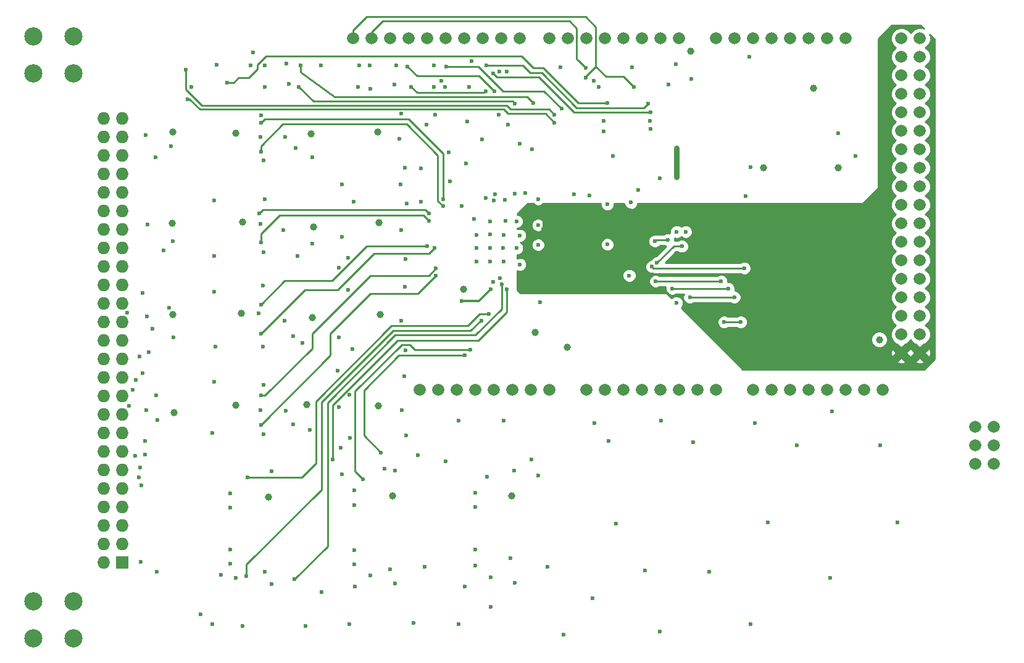
<source format=gbr>
G04 #@! TF.FileFunction,Copper,L2,Inr,Signal*
%FSLAX46Y46*%
G04 Gerber Fmt 4.6, Leading zero omitted, Abs format (unit mm)*
G04 Created by KiCad (PCBNEW 4.0.6-e0-6349~53~ubuntu16.04.1) date Sun Mar 26 23:02:30 2017*
%MOMM*%
%LPD*%
G01*
G04 APERTURE LIST*
%ADD10C,0.100000*%
%ADD11C,1.670000*%
%ADD12R,1.727200X1.727200*%
%ADD13O,1.727200X1.727200*%
%ADD14C,2.500000*%
%ADD15C,0.600000*%
%ADD16C,1.000000*%
%ADD17C,0.350000*%
%ADD18C,0.750000*%
%ADD19C,0.250000*%
%ADD20C,0.254000*%
G04 APERTURE END LIST*
D10*
D11*
X160020000Y-119380000D03*
X157480000Y-119380000D03*
X157480000Y-116840000D03*
X160020000Y-116840000D03*
X160020000Y-114300000D03*
X157480000Y-114300000D03*
X147320000Y-60960000D03*
X149860000Y-60960000D03*
X149860000Y-63500000D03*
X147320000Y-63500000D03*
X147320000Y-83820000D03*
X149860000Y-83820000D03*
X149860000Y-81280000D03*
X147320000Y-81280000D03*
X147320000Y-76200000D03*
X149860000Y-76200000D03*
X149860000Y-78740000D03*
X147320000Y-78740000D03*
X147320000Y-68580000D03*
X149860000Y-68580000D03*
X149860000Y-66040000D03*
X147320000Y-66040000D03*
X147320000Y-71120000D03*
X149860000Y-71120000D03*
X149860000Y-73660000D03*
X147320000Y-73660000D03*
X147320000Y-93980000D03*
X149860000Y-93980000D03*
X149860000Y-91440000D03*
X147320000Y-91440000D03*
X147320000Y-86360000D03*
X149860000Y-86360000D03*
X149860000Y-88900000D03*
X147320000Y-88900000D03*
X147320000Y-99060000D03*
X149860000Y-99060000D03*
X149860000Y-96520000D03*
X147320000Y-96520000D03*
X147320000Y-101600000D03*
X149860000Y-101600000D03*
X149860000Y-104140000D03*
X147320000Y-104140000D03*
X127000000Y-109220000D03*
X129540000Y-109220000D03*
X134620000Y-109220000D03*
X132080000Y-109220000D03*
X142240000Y-109220000D03*
X144780000Y-109220000D03*
X139700000Y-109220000D03*
X137160000Y-109220000D03*
X114300000Y-109220000D03*
X116840000Y-109220000D03*
X121920000Y-109220000D03*
X119380000Y-109220000D03*
X109220000Y-109220000D03*
X111760000Y-109220000D03*
X106680000Y-109220000D03*
X104140000Y-109220000D03*
X81280000Y-109220000D03*
X83820000Y-109220000D03*
X88900000Y-109220000D03*
X86360000Y-109220000D03*
X96520000Y-109220000D03*
X99060000Y-109220000D03*
X93980000Y-109220000D03*
X91440000Y-109220000D03*
X121920000Y-60960000D03*
X124460000Y-60960000D03*
X129540000Y-60960000D03*
X127000000Y-60960000D03*
X137160000Y-60960000D03*
X139700000Y-60960000D03*
X134620000Y-60960000D03*
X132080000Y-60960000D03*
X109220000Y-60960000D03*
X111760000Y-60960000D03*
X116840000Y-60960000D03*
X114300000Y-60960000D03*
X104140000Y-60960000D03*
X106680000Y-60960000D03*
X101600000Y-60960000D03*
X99060000Y-60960000D03*
X92456000Y-60960000D03*
X94996000Y-60960000D03*
X82296000Y-60960000D03*
X84836000Y-60960000D03*
X89916000Y-60960000D03*
X87376000Y-60960000D03*
X77216000Y-60960000D03*
X79756000Y-60960000D03*
X74676000Y-60960000D03*
X72136000Y-60960000D03*
D12*
X40462200Y-132880000D03*
D13*
X37922200Y-132880000D03*
X40462200Y-130340000D03*
X37922200Y-130340000D03*
X40462200Y-127800000D03*
X37922200Y-127800000D03*
X40462200Y-125260000D03*
X37922200Y-125260000D03*
X40462200Y-122720000D03*
X37922200Y-122720000D03*
X40462200Y-120180000D03*
X37922200Y-120180000D03*
X40462200Y-117640000D03*
X37922200Y-117640000D03*
X40462200Y-115100000D03*
X37922200Y-115100000D03*
X40462200Y-112560000D03*
X37922200Y-112560000D03*
X40462200Y-110020000D03*
X37922200Y-110020000D03*
X40462200Y-107480000D03*
X37922200Y-107480000D03*
X40462200Y-104940000D03*
X37922200Y-104940000D03*
X40462200Y-102400000D03*
X37922200Y-102400000D03*
X40462200Y-99860000D03*
X37922200Y-99860000D03*
X40462200Y-97320000D03*
X37922200Y-97320000D03*
X40462200Y-94780000D03*
X37922200Y-94780000D03*
X40462200Y-92240000D03*
X37922200Y-92240000D03*
X40462200Y-89700000D03*
X37922200Y-89700000D03*
X40462200Y-87160000D03*
X37922200Y-87160000D03*
X40462200Y-84620000D03*
X37922200Y-84620000D03*
X40462200Y-82080000D03*
X37922200Y-82080000D03*
X40462200Y-79540000D03*
X37922200Y-79540000D03*
X40462200Y-77000000D03*
X37922200Y-77000000D03*
X40462200Y-74460000D03*
X37922200Y-74460000D03*
X40462200Y-71920000D03*
X37922200Y-71920000D03*
D14*
X33720000Y-60710000D03*
X33720000Y-65790000D03*
X28280000Y-65790000D03*
X28280000Y-60710000D03*
X33720000Y-138210000D03*
X33720000Y-143290000D03*
X28280000Y-143290000D03*
X28280000Y-138210000D03*
D15*
X90902250Y-86080250D03*
X93000000Y-86000000D03*
X94577250Y-86080250D03*
X95000000Y-88000000D03*
X94577250Y-89755250D03*
X95000000Y-92000000D03*
X87000000Y-84000000D03*
X87000000Y-97000000D03*
X91000000Y-95400000D03*
X43000000Y-132800000D03*
X45200000Y-134200000D03*
X54000000Y-134600000D03*
X56000000Y-135000000D03*
X51200000Y-140000000D03*
X52800000Y-141400000D03*
X57000000Y-141600000D03*
X65600000Y-141600000D03*
X67800000Y-137000000D03*
X72400000Y-136200000D03*
X71600000Y-141400000D03*
X80400000Y-141200000D03*
X86600000Y-141400000D03*
X87400000Y-136200000D03*
X91000000Y-139000000D03*
X112200000Y-134000000D03*
X126600000Y-141400000D03*
X137600000Y-135000000D03*
X121000000Y-134200000D03*
X114200000Y-142400000D03*
X101000000Y-142800000D03*
X105000000Y-137800000D03*
X108200000Y-127600000D03*
X129000000Y-127400000D03*
X146800000Y-127400000D03*
X144400000Y-116800000D03*
X137800000Y-112200000D03*
X133000000Y-116800000D03*
X127200000Y-113800000D03*
X118800000Y-116400000D03*
X114400000Y-113400000D03*
X107200000Y-116200000D03*
X105200000Y-113800000D03*
X96600000Y-118800000D03*
X92800000Y-113400000D03*
X86600000Y-113400000D03*
X84800000Y-119000000D03*
X81000000Y-118200000D03*
X76400000Y-120000000D03*
X70600000Y-120800000D03*
X70400000Y-117200000D03*
X70200000Y-111600000D03*
X70000000Y-106600000D03*
X70200000Y-102000000D03*
X70200000Y-92400000D03*
X70600000Y-88200000D03*
X70600000Y-81000000D03*
X78600000Y-81000000D03*
X81400000Y-83400000D03*
X81400000Y-78800000D03*
X85400000Y-80600000D03*
X85200000Y-76600000D03*
X82200000Y-72800000D03*
X87800000Y-72400000D03*
X89800000Y-74800000D03*
X93400000Y-72800000D03*
X95000000Y-75400000D03*
X102400000Y-82400000D03*
X126000000Y-82600000D03*
X138700000Y-74000000D03*
X141000000Y-77100000D03*
X126600000Y-78600000D03*
X126500000Y-63500000D03*
D16*
X97100000Y-101300000D03*
D15*
X107800000Y-77100000D03*
X96700000Y-76200000D03*
X115400000Y-67300000D03*
X105100000Y-66800000D03*
X110400000Y-64900000D03*
X100600000Y-64900000D03*
X43650000Y-74250000D03*
X88900000Y-123300000D03*
X94200000Y-120300000D03*
X88900000Y-125300000D03*
X88900000Y-131100000D03*
X88900000Y-133300000D03*
X94300000Y-135700000D03*
X77900000Y-120300000D03*
X72300000Y-125000000D03*
X72300000Y-123000000D03*
X72300000Y-131200000D03*
X77900000Y-135800000D03*
X72300000Y-133200000D03*
X60900000Y-120400000D03*
X60900000Y-135900000D03*
X55300000Y-131100000D03*
X55300000Y-133100000D03*
X55300000Y-125400000D03*
X55300000Y-123400000D03*
X78450000Y-74750000D03*
X79250000Y-78750000D03*
X79475000Y-83625000D03*
X78725000Y-87300000D03*
X79300000Y-91250000D03*
X79200000Y-95050000D03*
X78675000Y-99750000D03*
X79300000Y-103750000D03*
X79150000Y-107375000D03*
X78775000Y-112000000D03*
X78700000Y-71300000D03*
X79375000Y-115475000D03*
X59750000Y-94900000D03*
X62725000Y-99700000D03*
X59125000Y-98725000D03*
X59750000Y-103250000D03*
X59875000Y-108500000D03*
X59425000Y-112000000D03*
X62850000Y-112050000D03*
X59850000Y-115325000D03*
X59825000Y-90325000D03*
X62525000Y-87250000D03*
X59425000Y-86400000D03*
X59975000Y-83050000D03*
X59500000Y-71500000D03*
X59850000Y-77700000D03*
X62775000Y-74500000D03*
X59425000Y-74500000D03*
X43775000Y-111975000D03*
X43850000Y-99100000D03*
X43900000Y-86475000D03*
X87566500Y-78105000D03*
X88709500Y-85788500D03*
X92739750Y-87917750D03*
X92710000Y-89725500D03*
X92739750Y-91592750D03*
X90868500Y-91567000D03*
X90902250Y-89755250D03*
X90932000Y-87884000D03*
X89064750Y-87917750D03*
X89027000Y-89725500D03*
X89064750Y-91592750D03*
D16*
X101500000Y-103400000D03*
X87300000Y-95400000D03*
D15*
X116500000Y-80000000D03*
X116500000Y-76000000D03*
X118500000Y-66500000D03*
X97500000Y-86600000D03*
X97500000Y-89300000D03*
D16*
X118450000Y-62750000D03*
D15*
X97950000Y-85050000D03*
X100647500Y-89408000D03*
X98200000Y-87200000D03*
X96456500Y-93535500D03*
X97800000Y-97200000D03*
X60000000Y-134200000D03*
X77200000Y-133800000D03*
D16*
X128400000Y-78700000D03*
X135300000Y-67800000D03*
D15*
X91300000Y-94400000D03*
X92900000Y-83100000D03*
X93700000Y-132300000D03*
D16*
X75700000Y-86250000D03*
X75825000Y-98900000D03*
X75525000Y-73850000D03*
X75600000Y-111425000D03*
X56950000Y-86175000D03*
X56775000Y-98725000D03*
X56050000Y-111350000D03*
X56025000Y-73975000D03*
X138700000Y-78700000D03*
X144300000Y-102300000D03*
X65800000Y-111200000D03*
X93900000Y-123800000D03*
X60500000Y-123900000D03*
X77500000Y-123800000D03*
X66675000Y-86850000D03*
X66525000Y-99325000D03*
X66350000Y-74050000D03*
X47375000Y-98850000D03*
X47275000Y-86300000D03*
X47575000Y-112325000D03*
X47396635Y-73813365D03*
D15*
X114200000Y-80200000D03*
X92300000Y-93900000D03*
X111250000Y-81750000D03*
X117750000Y-87500000D03*
X116500000Y-97250000D03*
X116500000Y-87500000D03*
X104500000Y-82500000D03*
X107000000Y-89250000D03*
X107000000Y-83750000D03*
X110250000Y-83500000D03*
X110000000Y-93500000D03*
X42700000Y-121200000D03*
X43100000Y-122300000D03*
X42900000Y-119900000D03*
X42200000Y-118300000D03*
X53400000Y-64600000D03*
X88000000Y-67600000D03*
X88400000Y-64100002D03*
X83200000Y-67600000D03*
X83200000Y-64700000D03*
X77800000Y-67300000D03*
X78000000Y-64700000D03*
X72800000Y-67600000D03*
X73000000Y-64700000D03*
X67700000Y-64700000D03*
X63300000Y-67200000D03*
X63000000Y-64400000D03*
X58100000Y-64700000D03*
X116400000Y-64500000D03*
X66170000Y-114720000D03*
X63930000Y-113980000D03*
X41360000Y-111360000D03*
X43590000Y-118050000D03*
X41870000Y-109190000D03*
X43600000Y-116240000D03*
X42330000Y-107840000D03*
X45270000Y-113330000D03*
X43260000Y-106880000D03*
X45140000Y-109990000D03*
X65200000Y-102800000D03*
X63900000Y-101800000D03*
X42800000Y-104600000D03*
X41150000Y-98650000D03*
X44050000Y-104050000D03*
X44600000Y-100800000D03*
X47500000Y-102000000D03*
X43200000Y-95900000D03*
X46900000Y-97900000D03*
X64500000Y-90800000D03*
X66500000Y-89100000D03*
X46100000Y-90100000D03*
X47400000Y-88800000D03*
X66500000Y-77250000D03*
X64250000Y-76000000D03*
X47125000Y-75750000D03*
X45000000Y-77250000D03*
X91000000Y-134900000D03*
X90300000Y-82900000D03*
X91400000Y-83200000D03*
X98800000Y-133500000D03*
X97500000Y-121000000D03*
X91600000Y-82400000D03*
X90500000Y-121100000D03*
X94300000Y-82300000D03*
X74500000Y-134700000D03*
X95700000Y-82200000D03*
X97500000Y-83000000D03*
X81900000Y-133500000D03*
X87400000Y-104500000D03*
X75900000Y-117800000D03*
X88200000Y-103700000D03*
X73500000Y-121500000D03*
X89700000Y-99700000D03*
X57500000Y-134800000D03*
X64100000Y-135200000D03*
X92500000Y-94700000D03*
X69300000Y-118800000D03*
X93200000Y-95400000D03*
X90700000Y-98800000D03*
X57600000Y-121200000D03*
X59500000Y-76500000D03*
X84500000Y-84000000D03*
X84500000Y-83000000D03*
X59500000Y-72500000D03*
X59500000Y-89000000D03*
X82500000Y-86000000D03*
X82500000Y-85000000D03*
X59250000Y-85000000D03*
X83250000Y-89750000D03*
X59500000Y-101500000D03*
X59500000Y-97500000D03*
X82250000Y-89500000D03*
X83500000Y-93500000D03*
X59500000Y-114000000D03*
X59500000Y-110000000D03*
X83500000Y-92500000D03*
X58400000Y-62900000D03*
X105800000Y-67600000D03*
X83400000Y-71400000D03*
X106500000Y-72300000D03*
X106500000Y-73700000D03*
X92100000Y-71400000D03*
X54800000Y-67000000D03*
X107000000Y-69800000D03*
X112900000Y-71100000D03*
X91300000Y-65800000D03*
X72200000Y-83400000D03*
X74400000Y-64700000D03*
X112800000Y-72300000D03*
X93200000Y-65500000D03*
X53100000Y-90800000D03*
X60000000Y-64700000D03*
X84200000Y-66800000D03*
X90400000Y-64700000D03*
X112600000Y-69900000D03*
X71400000Y-91100000D03*
X74500000Y-67900000D03*
X112900000Y-73400000D03*
X92200000Y-65500000D03*
X60000000Y-67600000D03*
X53100000Y-83200000D03*
X94300000Y-69900000D03*
X64700000Y-67600000D03*
X53200000Y-103300000D03*
X91500000Y-68200000D03*
X71400000Y-95500000D03*
X79600000Y-64800000D03*
X90300000Y-68200000D03*
X72000000Y-103600000D03*
X80100000Y-67600000D03*
X96800000Y-69800000D03*
X53100000Y-95700000D03*
X64900000Y-64700000D03*
X100700000Y-70600000D03*
X71600000Y-109900000D03*
X84900000Y-64800000D03*
X99700000Y-71400000D03*
X49200000Y-65300000D03*
X52800000Y-115100000D03*
X84700000Y-67600000D03*
X71700000Y-115800000D03*
X99700000Y-72500000D03*
X49400000Y-69300000D03*
X53100000Y-108100000D03*
X49900000Y-67600000D03*
X118300000Y-96500000D03*
X124400000Y-96500000D03*
X125800000Y-92500000D03*
X113100000Y-92300000D03*
X117200000Y-89500000D03*
X113800000Y-91800000D03*
X125300000Y-99900000D03*
X123000000Y-99900000D03*
X115300000Y-88600000D03*
X113500000Y-88800000D03*
X123600000Y-95300000D03*
X115900000Y-95300000D03*
X122600000Y-94300000D03*
X113600000Y-94300000D03*
X104000000Y-65000000D03*
X110600000Y-67600000D03*
X104000000Y-66400000D03*
D17*
X89400000Y-97000000D02*
X87000000Y-97000000D01*
X91000000Y-95400000D02*
X89400000Y-97000000D01*
D18*
X116500000Y-76000000D02*
X116500000Y-80000000D01*
D19*
X98200000Y-85300000D02*
X98200000Y-87200000D01*
X97950000Y-85050000D02*
X98200000Y-85300000D01*
X73600000Y-109300000D02*
X73600000Y-115500000D01*
X78400000Y-104500000D02*
X73600000Y-109300000D01*
X87400000Y-104500000D02*
X78400000Y-104500000D01*
X73600000Y-115500000D02*
X75900000Y-117800000D01*
X87000000Y-103700000D02*
X80600000Y-103700000D01*
X88200000Y-103700000D02*
X87000000Y-103700000D01*
X72400000Y-120400000D02*
X73500000Y-121500000D01*
X72400000Y-109400000D02*
X72400000Y-120400000D01*
X78800000Y-103000000D02*
X72400000Y-109400000D01*
X79900000Y-103000000D02*
X78800000Y-103000000D01*
X80600000Y-103700000D02*
X79900000Y-103000000D01*
X89700000Y-99700000D02*
X89600000Y-99700000D01*
X57500000Y-133200000D02*
X57500000Y-134800000D01*
X67800000Y-122900000D02*
X57500000Y-133200000D01*
X67800000Y-110900000D02*
X67800000Y-122900000D01*
X77600000Y-101100000D02*
X67800000Y-110900000D01*
X88200000Y-101100000D02*
X77600000Y-101100000D01*
X89600000Y-99700000D02*
X88200000Y-101100000D01*
X68600000Y-130700000D02*
X64100000Y-135200000D01*
X68600000Y-111000000D02*
X68600000Y-130700000D01*
X77900000Y-101700000D02*
X68600000Y-111000000D01*
X88900000Y-101700000D02*
X77900000Y-101700000D01*
X92500000Y-98100000D02*
X88900000Y-101700000D01*
X92500000Y-94700000D02*
X92500000Y-98100000D01*
X69300000Y-111300000D02*
X69300000Y-118800000D01*
X78200000Y-102400000D02*
X69300000Y-111300000D01*
X89300000Y-102400000D02*
X78200000Y-102400000D01*
X93200000Y-98500000D02*
X89300000Y-102400000D01*
X93200000Y-95400000D02*
X93200000Y-98500000D01*
X90700000Y-98800000D02*
X89500000Y-98800000D01*
X89500000Y-98800000D02*
X87900000Y-100400000D01*
X65100000Y-121200000D02*
X57600000Y-121200000D01*
X67000000Y-119300000D02*
X65100000Y-121200000D01*
X67000000Y-110800000D02*
X67000000Y-119300000D01*
X77400000Y-100400000D02*
X67000000Y-110800000D01*
X87900000Y-100400000D02*
X77400000Y-100400000D01*
X59500000Y-75750000D02*
X59500000Y-76500000D01*
X62500000Y-72750000D02*
X59500000Y-75750000D01*
X79500000Y-72750000D02*
X62500000Y-72750000D01*
X83750000Y-77000000D02*
X79500000Y-72750000D01*
X83750000Y-83250000D02*
X83750000Y-77000000D01*
X84500000Y-84000000D02*
X83750000Y-83250000D01*
X84500000Y-76750000D02*
X84500000Y-83000000D01*
X79750000Y-72000000D02*
X84500000Y-76750000D01*
X60000000Y-72000000D02*
X79750000Y-72000000D01*
X59500000Y-72500000D02*
X60000000Y-72000000D01*
X59500000Y-87750000D02*
X59500000Y-89000000D01*
X62000000Y-85250000D02*
X59500000Y-87750000D01*
X81750000Y-85250000D02*
X62000000Y-85250000D01*
X82500000Y-86000000D02*
X81750000Y-85250000D01*
X82000000Y-84500000D02*
X82500000Y-85000000D01*
X59750000Y-84500000D02*
X82000000Y-84500000D01*
X59250000Y-85000000D02*
X59750000Y-84500000D01*
X82500000Y-90500000D02*
X83250000Y-89750000D01*
X75000000Y-90500000D02*
X82500000Y-90500000D01*
X70000000Y-95500000D02*
X75000000Y-90500000D01*
X65500000Y-95500000D02*
X70000000Y-95500000D01*
X59500000Y-101500000D02*
X65500000Y-95500000D01*
X62750000Y-94250000D02*
X59500000Y-97500000D01*
X69250000Y-94250000D02*
X62750000Y-94250000D01*
X74000000Y-89500000D02*
X69250000Y-94250000D01*
X82250000Y-89500000D02*
X74000000Y-89500000D01*
X81000000Y-96000000D02*
X83500000Y-93500000D01*
X74500000Y-96000000D02*
X81000000Y-96000000D01*
X69000000Y-101500000D02*
X74500000Y-96000000D01*
X69000000Y-104500000D02*
X69000000Y-101500000D01*
X59500000Y-114000000D02*
X69000000Y-104500000D01*
X60000000Y-110000000D02*
X59500000Y-110000000D01*
X66500000Y-103500000D02*
X60000000Y-110000000D01*
X66500000Y-101500000D02*
X66500000Y-103500000D01*
X74500000Y-93500000D02*
X66500000Y-101500000D01*
X82500000Y-93500000D02*
X74500000Y-93500000D01*
X83500000Y-92500000D02*
X82500000Y-93500000D01*
X55800000Y-67000000D02*
X54800000Y-67000000D01*
X56400000Y-66400000D02*
X55800000Y-67000000D01*
X57800000Y-66400000D02*
X56400000Y-66400000D01*
X59000000Y-65200000D02*
X57800000Y-66400000D01*
X59000000Y-64600000D02*
X59000000Y-65200000D01*
X60200000Y-63400000D02*
X59000000Y-64600000D01*
X95200000Y-63400000D02*
X60200000Y-63400000D01*
X96800000Y-65000000D02*
X95200000Y-63400000D01*
X98200000Y-65000000D02*
X96800000Y-65000000D01*
X103000000Y-69800000D02*
X98200000Y-65000000D01*
X104600000Y-69800000D02*
X103000000Y-69800000D01*
X107000000Y-69800000D02*
X104600000Y-69800000D01*
X102400000Y-71100000D02*
X112900000Y-71100000D01*
X97600000Y-66300000D02*
X102400000Y-71100000D01*
X91800000Y-66300000D02*
X97600000Y-66300000D01*
X91300000Y-65800000D02*
X91800000Y-66300000D01*
X90400000Y-64700000D02*
X95400000Y-64700000D01*
X112000000Y-70500000D02*
X112600000Y-69900000D01*
X102800000Y-70500000D02*
X112000000Y-70500000D01*
X98000000Y-65700000D02*
X102800000Y-70500000D01*
X96400000Y-65700000D02*
X98000000Y-65700000D01*
X95400000Y-64700000D02*
X96400000Y-65700000D01*
X66700000Y-69600000D02*
X64700000Y-67600000D01*
X94000000Y-69600000D02*
X66700000Y-69600000D01*
X94300000Y-69900000D02*
X94000000Y-69600000D01*
X80900000Y-66100000D02*
X79600000Y-64800000D01*
X89400000Y-66100000D02*
X80900000Y-66100000D01*
X91500000Y-68200000D02*
X89400000Y-66100000D01*
X80900000Y-68400000D02*
X80100000Y-67600000D01*
X90100000Y-68400000D02*
X80900000Y-68400000D01*
X90300000Y-68200000D02*
X90100000Y-68400000D01*
X64900000Y-65600000D02*
X64900000Y-64700000D01*
X69600000Y-69000000D02*
X64900000Y-65600000D01*
X96000000Y-69000000D02*
X69600000Y-69000000D01*
X96800000Y-69800000D02*
X96000000Y-69000000D01*
X89300000Y-64800000D02*
X84900000Y-64800000D01*
X92700000Y-68200000D02*
X89300000Y-64800000D01*
X98300000Y-68200000D02*
X92700000Y-68200000D01*
X100700000Y-70600000D02*
X98300000Y-68200000D01*
X49200000Y-68000000D02*
X49200000Y-65300000D01*
X51400000Y-70200000D02*
X49200000Y-68000000D01*
X93200000Y-70200000D02*
X51400000Y-70200000D01*
X93700000Y-70700000D02*
X93200000Y-70200000D01*
X99000000Y-70700000D02*
X93700000Y-70700000D01*
X99700000Y-71400000D02*
X99000000Y-70700000D01*
X60900000Y-70700000D02*
X51100000Y-70700000D01*
X79049998Y-70700000D02*
X79000000Y-70650002D01*
X79000000Y-70650002D02*
X78149998Y-70650002D01*
X78149998Y-70650002D02*
X78100000Y-70700000D01*
X78100000Y-70700000D02*
X60900000Y-70700000D01*
X92800000Y-70700000D02*
X81700000Y-70700000D01*
X93400000Y-71300000D02*
X92800000Y-70700000D01*
X98500000Y-71300000D02*
X93400000Y-71300000D01*
X99700000Y-72500000D02*
X98500000Y-71300000D01*
X81700000Y-70700000D02*
X79049998Y-70700000D01*
X49700000Y-69300000D02*
X49400000Y-69300000D01*
X51100000Y-70700000D02*
X49700000Y-69300000D01*
X124400000Y-96500000D02*
X118300000Y-96500000D01*
X113300000Y-92500000D02*
X125800000Y-92500000D01*
X113100000Y-92300000D02*
X113300000Y-92500000D01*
X116100000Y-89500000D02*
X117200000Y-89500000D01*
X113800000Y-91800000D02*
X116100000Y-89500000D01*
X125300000Y-99900000D02*
X123000000Y-99900000D01*
X113700000Y-88600000D02*
X115300000Y-88600000D01*
X113500000Y-88800000D02*
X113700000Y-88600000D01*
X115900000Y-95300000D02*
X123600000Y-95300000D01*
X113600000Y-94300000D02*
X122600000Y-94300000D01*
X103000000Y-64000000D02*
X102800000Y-63800000D01*
X104000000Y-65000000D02*
X103000000Y-64000000D01*
X74676000Y-60124000D02*
X74676000Y-60960000D01*
X76200000Y-58600000D02*
X74676000Y-60124000D01*
X101800000Y-58600000D02*
X76200000Y-58600000D01*
X102800000Y-59600000D02*
X101800000Y-58600000D01*
X102800000Y-63800000D02*
X102800000Y-59600000D01*
X106800000Y-66200000D02*
X105400000Y-64800000D01*
X109200000Y-66200000D02*
X106800000Y-66200000D01*
X110600000Y-67600000D02*
X109200000Y-66200000D01*
X72136000Y-60960000D02*
X72136000Y-59864000D01*
X104000000Y-66200000D02*
X104000000Y-66400000D01*
X105400000Y-64800000D02*
X104000000Y-66200000D01*
X105400000Y-59400000D02*
X105400000Y-64800000D01*
X104000000Y-58000000D02*
X105400000Y-59400000D01*
X74000000Y-58000000D02*
X104000000Y-58000000D01*
X72136000Y-59864000D02*
X74000000Y-58000000D01*
D20*
G36*
X150422110Y-59601716D02*
X150153684Y-59490256D01*
X149568882Y-59489745D01*
X149028400Y-59713068D01*
X148614521Y-60126225D01*
X148590217Y-60184755D01*
X148566932Y-60128400D01*
X148153775Y-59714521D01*
X147613684Y-59490256D01*
X147028882Y-59489745D01*
X146488400Y-59713068D01*
X146074521Y-60126225D01*
X145850256Y-60666316D01*
X145849745Y-61251118D01*
X146073068Y-61791600D01*
X146486225Y-62205479D01*
X146544755Y-62229783D01*
X146488400Y-62253068D01*
X146074521Y-62666225D01*
X145850256Y-63206316D01*
X145849745Y-63791118D01*
X146073068Y-64331600D01*
X146486225Y-64745479D01*
X146544755Y-64769783D01*
X146488400Y-64793068D01*
X146074521Y-65206225D01*
X145850256Y-65746316D01*
X145849745Y-66331118D01*
X146073068Y-66871600D01*
X146486225Y-67285479D01*
X146544755Y-67309783D01*
X146488400Y-67333068D01*
X146074521Y-67746225D01*
X145850256Y-68286316D01*
X145849745Y-68871118D01*
X146073068Y-69411600D01*
X146486225Y-69825479D01*
X146544755Y-69849783D01*
X146488400Y-69873068D01*
X146074521Y-70286225D01*
X145850256Y-70826316D01*
X145849745Y-71411118D01*
X146073068Y-71951600D01*
X146486225Y-72365479D01*
X146544755Y-72389783D01*
X146488400Y-72413068D01*
X146074521Y-72826225D01*
X145850256Y-73366316D01*
X145849745Y-73951118D01*
X146073068Y-74491600D01*
X146486225Y-74905479D01*
X146544755Y-74929783D01*
X146488400Y-74953068D01*
X146074521Y-75366225D01*
X145850256Y-75906316D01*
X145849745Y-76491118D01*
X146073068Y-77031600D01*
X146486225Y-77445479D01*
X146544755Y-77469783D01*
X146488400Y-77493068D01*
X146074521Y-77906225D01*
X145850256Y-78446316D01*
X145849745Y-79031118D01*
X146073068Y-79571600D01*
X146486225Y-79985479D01*
X146544755Y-80009783D01*
X146488400Y-80033068D01*
X146074521Y-80446225D01*
X145850256Y-80986316D01*
X145849745Y-81571118D01*
X146073068Y-82111600D01*
X146486225Y-82525479D01*
X146544755Y-82549783D01*
X146488400Y-82573068D01*
X146074521Y-82986225D01*
X145850256Y-83526316D01*
X145849745Y-84111118D01*
X146073068Y-84651600D01*
X146486225Y-85065479D01*
X146544755Y-85089783D01*
X146488400Y-85113068D01*
X146074521Y-85526225D01*
X145850256Y-86066316D01*
X145849745Y-86651118D01*
X146073068Y-87191600D01*
X146486225Y-87605479D01*
X146544755Y-87629783D01*
X146488400Y-87653068D01*
X146074521Y-88066225D01*
X145850256Y-88606316D01*
X145849745Y-89191118D01*
X146073068Y-89731600D01*
X146486225Y-90145479D01*
X146544755Y-90169783D01*
X146488400Y-90193068D01*
X146074521Y-90606225D01*
X145850256Y-91146316D01*
X145849745Y-91731118D01*
X146073068Y-92271600D01*
X146486225Y-92685479D01*
X146544755Y-92709783D01*
X146488400Y-92733068D01*
X146074521Y-93146225D01*
X145850256Y-93686316D01*
X145849745Y-94271118D01*
X146073068Y-94811600D01*
X146486225Y-95225479D01*
X146544755Y-95249783D01*
X146488400Y-95273068D01*
X146074521Y-95686225D01*
X145850256Y-96226316D01*
X145849745Y-96811118D01*
X146073068Y-97351600D01*
X146486225Y-97765479D01*
X146544755Y-97789783D01*
X146488400Y-97813068D01*
X146074521Y-98226225D01*
X145850256Y-98766316D01*
X145849745Y-99351118D01*
X146073068Y-99891600D01*
X146486225Y-100305479D01*
X146544755Y-100329783D01*
X146488400Y-100353068D01*
X146074521Y-100766225D01*
X145850256Y-101306316D01*
X145849745Y-101891118D01*
X146073068Y-102431600D01*
X146486225Y-102845479D01*
X146716338Y-102941030D01*
X146714821Y-102944387D01*
X147320000Y-103549566D01*
X147925179Y-102944387D01*
X147923694Y-102941101D01*
X148151600Y-102846932D01*
X148565479Y-102433775D01*
X148589783Y-102375245D01*
X148613068Y-102431600D01*
X149026225Y-102845479D01*
X149256338Y-102941030D01*
X149254821Y-102944387D01*
X149860000Y-103549566D01*
X150465179Y-102944387D01*
X150463694Y-102941101D01*
X150691600Y-102846932D01*
X151105479Y-102433775D01*
X151329744Y-101893684D01*
X151330255Y-101308882D01*
X151106932Y-100768400D01*
X150693775Y-100354521D01*
X150635245Y-100330217D01*
X150691600Y-100306932D01*
X151105479Y-99893775D01*
X151329744Y-99353684D01*
X151330255Y-98768882D01*
X151106932Y-98228400D01*
X150693775Y-97814521D01*
X150635245Y-97790217D01*
X150691600Y-97766932D01*
X151105479Y-97353775D01*
X151329744Y-96813684D01*
X151330255Y-96228882D01*
X151106932Y-95688400D01*
X150693775Y-95274521D01*
X150635245Y-95250217D01*
X150691600Y-95226932D01*
X151105479Y-94813775D01*
X151329744Y-94273684D01*
X151330255Y-93688882D01*
X151106932Y-93148400D01*
X150693775Y-92734521D01*
X150635245Y-92710217D01*
X150691600Y-92686932D01*
X151105479Y-92273775D01*
X151329744Y-91733684D01*
X151330255Y-91148882D01*
X151106932Y-90608400D01*
X150693775Y-90194521D01*
X150635245Y-90170217D01*
X150691600Y-90146932D01*
X151105479Y-89733775D01*
X151329744Y-89193684D01*
X151330255Y-88608882D01*
X151106932Y-88068400D01*
X150693775Y-87654521D01*
X150635245Y-87630217D01*
X150691600Y-87606932D01*
X151105479Y-87193775D01*
X151329744Y-86653684D01*
X151330255Y-86068882D01*
X151106932Y-85528400D01*
X150693775Y-85114521D01*
X150635245Y-85090217D01*
X150691600Y-85066932D01*
X151105479Y-84653775D01*
X151329744Y-84113684D01*
X151330255Y-83528882D01*
X151106932Y-82988400D01*
X150693775Y-82574521D01*
X150635245Y-82550217D01*
X150691600Y-82526932D01*
X151105479Y-82113775D01*
X151329744Y-81573684D01*
X151330255Y-80988882D01*
X151106932Y-80448400D01*
X150693775Y-80034521D01*
X150635245Y-80010217D01*
X150691600Y-79986932D01*
X151105479Y-79573775D01*
X151329744Y-79033684D01*
X151330255Y-78448882D01*
X151106932Y-77908400D01*
X150693775Y-77494521D01*
X150635245Y-77470217D01*
X150691600Y-77446932D01*
X151105479Y-77033775D01*
X151329744Y-76493684D01*
X151330255Y-75908882D01*
X151106932Y-75368400D01*
X150693775Y-74954521D01*
X150635245Y-74930217D01*
X150691600Y-74906932D01*
X151105479Y-74493775D01*
X151329744Y-73953684D01*
X151330255Y-73368882D01*
X151106932Y-72828400D01*
X150693775Y-72414521D01*
X150635245Y-72390217D01*
X150691600Y-72366932D01*
X151105479Y-71953775D01*
X151329744Y-71413684D01*
X151330255Y-70828882D01*
X151106932Y-70288400D01*
X150693775Y-69874521D01*
X150635245Y-69850217D01*
X150691600Y-69826932D01*
X151105479Y-69413775D01*
X151329744Y-68873684D01*
X151330255Y-68288882D01*
X151106932Y-67748400D01*
X150693775Y-67334521D01*
X150635245Y-67310217D01*
X150691600Y-67286932D01*
X151105479Y-66873775D01*
X151329744Y-66333684D01*
X151330255Y-65748882D01*
X151106932Y-65208400D01*
X150693775Y-64794521D01*
X150635245Y-64770217D01*
X150691600Y-64746932D01*
X151105479Y-64333775D01*
X151329744Y-63793684D01*
X151330255Y-63208882D01*
X151106932Y-62668400D01*
X150693775Y-62254521D01*
X150635245Y-62230217D01*
X150691600Y-62206932D01*
X151105479Y-61793775D01*
X151329744Y-61253684D01*
X151330255Y-60668882D01*
X151218283Y-60397889D01*
X151873000Y-61052606D01*
X151873000Y-104947394D01*
X150447394Y-106373000D01*
X125552606Y-106373000D01*
X124515219Y-105335613D01*
X146714821Y-105335613D01*
X146811662Y-105549961D01*
X147389926Y-105637166D01*
X147828338Y-105549961D01*
X147925179Y-105335613D01*
X149254821Y-105335613D01*
X149351662Y-105549961D01*
X149929926Y-105637166D01*
X150368338Y-105549961D01*
X150465179Y-105335613D01*
X149860000Y-104730434D01*
X149254821Y-105335613D01*
X147925179Y-105335613D01*
X147320000Y-104730434D01*
X146714821Y-105335613D01*
X124515219Y-105335613D01*
X123389532Y-104209926D01*
X145822834Y-104209926D01*
X145910039Y-104648338D01*
X146124387Y-104745179D01*
X146729566Y-104140000D01*
X147910434Y-104140000D01*
X148515613Y-104745179D01*
X148590000Y-104711571D01*
X148664387Y-104745179D01*
X149269566Y-104140000D01*
X150450434Y-104140000D01*
X151055613Y-104745179D01*
X151269961Y-104648338D01*
X151357166Y-104070074D01*
X151269961Y-103631662D01*
X151055613Y-103534821D01*
X150450434Y-104140000D01*
X149269566Y-104140000D01*
X148664387Y-103534821D01*
X148590000Y-103568429D01*
X148515613Y-103534821D01*
X147910434Y-104140000D01*
X146729566Y-104140000D01*
X146124387Y-103534821D01*
X145910039Y-103631662D01*
X145822834Y-104209926D01*
X123389532Y-104209926D01*
X121704381Y-102524775D01*
X143164803Y-102524775D01*
X143337233Y-102942086D01*
X143656235Y-103261645D01*
X144073244Y-103434803D01*
X144524775Y-103435197D01*
X144942086Y-103262767D01*
X145261645Y-102943765D01*
X145434803Y-102526756D01*
X145435197Y-102075225D01*
X145262767Y-101657914D01*
X144943765Y-101338355D01*
X144526756Y-101165197D01*
X144075225Y-101164803D01*
X143657914Y-101337233D01*
X143338355Y-101656235D01*
X143165197Y-102073244D01*
X143164803Y-102524775D01*
X121704381Y-102524775D01*
X119264773Y-100085167D01*
X122064838Y-100085167D01*
X122206883Y-100428943D01*
X122469673Y-100692192D01*
X122813201Y-100834838D01*
X123185167Y-100835162D01*
X123528943Y-100693117D01*
X123562118Y-100660000D01*
X124737537Y-100660000D01*
X124769673Y-100692192D01*
X125113201Y-100834838D01*
X125485167Y-100835162D01*
X125828943Y-100693117D01*
X126092192Y-100430327D01*
X126234838Y-100086799D01*
X126235162Y-99714833D01*
X126093117Y-99371057D01*
X125830327Y-99107808D01*
X125486799Y-98965162D01*
X125114833Y-98964838D01*
X124771057Y-99106883D01*
X124737882Y-99140000D01*
X123562463Y-99140000D01*
X123530327Y-99107808D01*
X123186799Y-98965162D01*
X122814833Y-98964838D01*
X122471057Y-99106883D01*
X122207808Y-99369673D01*
X122065162Y-99713201D01*
X122064838Y-100085167D01*
X119264773Y-100085167D01*
X117125918Y-97946312D01*
X117292192Y-97780327D01*
X117434838Y-97436799D01*
X117435162Y-97064833D01*
X117293117Y-96721057D01*
X117030327Y-96457808D01*
X116686799Y-96315162D01*
X116314833Y-96314838D01*
X115971057Y-96456883D01*
X115803627Y-96624021D01*
X115089803Y-95910197D01*
X115047789Y-95882334D01*
X115000000Y-95873000D01*
X95052606Y-95873000D01*
X94627000Y-95447394D01*
X94627000Y-94485167D01*
X112664838Y-94485167D01*
X112806883Y-94828943D01*
X113069673Y-95092192D01*
X113413201Y-95234838D01*
X113785167Y-95235162D01*
X114128943Y-95093117D01*
X114162118Y-95060000D01*
X114987253Y-95060000D01*
X114965162Y-95113201D01*
X114964838Y-95485167D01*
X115106883Y-95828943D01*
X115369673Y-96092192D01*
X115713201Y-96234838D01*
X116085167Y-96235162D01*
X116428943Y-96093117D01*
X116462118Y-96060000D01*
X117470301Y-96060000D01*
X117365162Y-96313201D01*
X117364838Y-96685167D01*
X117506883Y-97028943D01*
X117769673Y-97292192D01*
X118113201Y-97434838D01*
X118485167Y-97435162D01*
X118828943Y-97293117D01*
X118862118Y-97260000D01*
X123837537Y-97260000D01*
X123869673Y-97292192D01*
X124213201Y-97434838D01*
X124585167Y-97435162D01*
X124928943Y-97293117D01*
X125192192Y-97030327D01*
X125334838Y-96686799D01*
X125335162Y-96314833D01*
X125193117Y-95971057D01*
X124930327Y-95707808D01*
X124586799Y-95565162D01*
X124502329Y-95565088D01*
X124534838Y-95486799D01*
X124535162Y-95114833D01*
X124393117Y-94771057D01*
X124130327Y-94507808D01*
X123786799Y-94365162D01*
X123534944Y-94364943D01*
X123535162Y-94114833D01*
X123393117Y-93771057D01*
X123130327Y-93507808D01*
X122786799Y-93365162D01*
X122414833Y-93364838D01*
X122071057Y-93506883D01*
X122037882Y-93540000D01*
X114162463Y-93540000D01*
X114130327Y-93507808D01*
X113786799Y-93365162D01*
X113414833Y-93364838D01*
X113071057Y-93506883D01*
X112807808Y-93769673D01*
X112665162Y-94113201D01*
X112664838Y-94485167D01*
X94627000Y-94485167D01*
X94627000Y-93685167D01*
X109064838Y-93685167D01*
X109206883Y-94028943D01*
X109469673Y-94292192D01*
X109813201Y-94434838D01*
X110185167Y-94435162D01*
X110528943Y-94293117D01*
X110792192Y-94030327D01*
X110934838Y-93686799D01*
X110935162Y-93314833D01*
X110793117Y-92971057D01*
X110530327Y-92707808D01*
X110186799Y-92565162D01*
X109814833Y-92564838D01*
X109471057Y-92706883D01*
X109207808Y-92969673D01*
X109065162Y-93313201D01*
X109064838Y-93685167D01*
X94627000Y-93685167D01*
X94627000Y-92857520D01*
X94813201Y-92934838D01*
X95185167Y-92935162D01*
X95528943Y-92793117D01*
X95792192Y-92530327D01*
X95810944Y-92485167D01*
X112164838Y-92485167D01*
X112306883Y-92828943D01*
X112569673Y-93092192D01*
X112913201Y-93234838D01*
X113174648Y-93235066D01*
X113300000Y-93260000D01*
X125237537Y-93260000D01*
X125269673Y-93292192D01*
X125613201Y-93434838D01*
X125985167Y-93435162D01*
X126328943Y-93293117D01*
X126592192Y-93030327D01*
X126734838Y-92686799D01*
X126735162Y-92314833D01*
X126593117Y-91971057D01*
X126330327Y-91707808D01*
X125986799Y-91565162D01*
X125614833Y-91564838D01*
X125271057Y-91706883D01*
X125237882Y-91740000D01*
X114934802Y-91740000D01*
X116414802Y-90260000D01*
X116637537Y-90260000D01*
X116669673Y-90292192D01*
X117013201Y-90434838D01*
X117385167Y-90435162D01*
X117728943Y-90293117D01*
X117992192Y-90030327D01*
X118134838Y-89686799D01*
X118135162Y-89314833D01*
X117993117Y-88971057D01*
X117730327Y-88707808D01*
X117386799Y-88565162D01*
X117014833Y-88564838D01*
X116671057Y-88706883D01*
X116637882Y-88740000D01*
X116234879Y-88740000D01*
X116235162Y-88414833D01*
X116228977Y-88399865D01*
X116313201Y-88434838D01*
X116685167Y-88435162D01*
X117028943Y-88293117D01*
X117124937Y-88197290D01*
X117219673Y-88292192D01*
X117563201Y-88434838D01*
X117935167Y-88435162D01*
X118278943Y-88293117D01*
X118542192Y-88030327D01*
X118684838Y-87686799D01*
X118685162Y-87314833D01*
X118543117Y-86971057D01*
X118280327Y-86707808D01*
X117936799Y-86565162D01*
X117564833Y-86564838D01*
X117221057Y-86706883D01*
X117125063Y-86802710D01*
X117030327Y-86707808D01*
X116686799Y-86565162D01*
X116314833Y-86564838D01*
X115971057Y-86706883D01*
X115707808Y-86969673D01*
X115565162Y-87313201D01*
X115564838Y-87685167D01*
X115571023Y-87700135D01*
X115486799Y-87665162D01*
X115114833Y-87664838D01*
X114771057Y-87806883D01*
X114737882Y-87840000D01*
X113700000Y-87840000D01*
X113573997Y-87865064D01*
X113314833Y-87864838D01*
X112971057Y-88006883D01*
X112707808Y-88269673D01*
X112565162Y-88613201D01*
X112564838Y-88985167D01*
X112706883Y-89328943D01*
X112969673Y-89592192D01*
X113313201Y-89734838D01*
X113685167Y-89735162D01*
X114028943Y-89593117D01*
X114262467Y-89360000D01*
X114737537Y-89360000D01*
X114769673Y-89392192D01*
X115026402Y-89498796D01*
X113660320Y-90864878D01*
X113614833Y-90864838D01*
X113271057Y-91006883D01*
X113007808Y-91269673D01*
X112968273Y-91364885D01*
X112914833Y-91364838D01*
X112571057Y-91506883D01*
X112307808Y-91769673D01*
X112165162Y-92113201D01*
X112164838Y-92485167D01*
X95810944Y-92485167D01*
X95934838Y-92186799D01*
X95935162Y-91814833D01*
X95793117Y-91471057D01*
X95530327Y-91207808D01*
X95186799Y-91065162D01*
X94814833Y-91064838D01*
X94627000Y-91142449D01*
X94627000Y-90690294D01*
X94762417Y-90690412D01*
X95106193Y-90548367D01*
X95369442Y-90285577D01*
X95512088Y-89942049D01*
X95512412Y-89570083D01*
X95477326Y-89485167D01*
X96564838Y-89485167D01*
X96706883Y-89828943D01*
X96969673Y-90092192D01*
X97313201Y-90234838D01*
X97685167Y-90235162D01*
X98028943Y-90093117D01*
X98292192Y-89830327D01*
X98434838Y-89486799D01*
X98434882Y-89435167D01*
X106064838Y-89435167D01*
X106206883Y-89778943D01*
X106469673Y-90042192D01*
X106813201Y-90184838D01*
X107185167Y-90185162D01*
X107528943Y-90043117D01*
X107792192Y-89780327D01*
X107934838Y-89436799D01*
X107935162Y-89064833D01*
X107793117Y-88721057D01*
X107530327Y-88457808D01*
X107186799Y-88315162D01*
X106814833Y-88314838D01*
X106471057Y-88456883D01*
X106207808Y-88719673D01*
X106065162Y-89063201D01*
X106064838Y-89435167D01*
X98434882Y-89435167D01*
X98435162Y-89114833D01*
X98293117Y-88771057D01*
X98030327Y-88507808D01*
X97686799Y-88365162D01*
X97314833Y-88364838D01*
X96971057Y-88506883D01*
X96707808Y-88769673D01*
X96565162Y-89113201D01*
X96564838Y-89485167D01*
X95477326Y-89485167D01*
X95370367Y-89226307D01*
X95107577Y-88963058D01*
X95040092Y-88935036D01*
X95185167Y-88935162D01*
X95528943Y-88793117D01*
X95792192Y-88530327D01*
X95934838Y-88186799D01*
X95935162Y-87814833D01*
X95793117Y-87471057D01*
X95530327Y-87207808D01*
X95186799Y-87065162D01*
X94814833Y-87064838D01*
X94627000Y-87142449D01*
X94627000Y-87015294D01*
X94762417Y-87015412D01*
X95106193Y-86873367D01*
X95194547Y-86785167D01*
X96564838Y-86785167D01*
X96706883Y-87128943D01*
X96969673Y-87392192D01*
X97313201Y-87534838D01*
X97685167Y-87535162D01*
X98028943Y-87393117D01*
X98292192Y-87130327D01*
X98434838Y-86786799D01*
X98435162Y-86414833D01*
X98293117Y-86071057D01*
X98030327Y-85807808D01*
X97686799Y-85665162D01*
X97314833Y-85664838D01*
X96971057Y-85806883D01*
X96707808Y-86069673D01*
X96565162Y-86413201D01*
X96564838Y-86785167D01*
X95194547Y-86785167D01*
X95369442Y-86610577D01*
X95512088Y-86267049D01*
X95512412Y-85895083D01*
X95370367Y-85551307D01*
X95107577Y-85288058D01*
X94764049Y-85145412D01*
X94627000Y-85145293D01*
X94627000Y-85052606D01*
X96052606Y-83627000D01*
X96804769Y-83627000D01*
X96969673Y-83792192D01*
X97313201Y-83934838D01*
X97685167Y-83935162D01*
X98028943Y-83793117D01*
X98195350Y-83627000D01*
X106065106Y-83627000D01*
X106064838Y-83935167D01*
X106206883Y-84278943D01*
X106469673Y-84542192D01*
X106813201Y-84684838D01*
X107185167Y-84685162D01*
X107528943Y-84543117D01*
X107792192Y-84280327D01*
X107934838Y-83936799D01*
X107935108Y-83627000D01*
X109314889Y-83627000D01*
X109314838Y-83685167D01*
X109456883Y-84028943D01*
X109719673Y-84292192D01*
X110063201Y-84434838D01*
X110435167Y-84435162D01*
X110778943Y-84293117D01*
X111042192Y-84030327D01*
X111184838Y-83686799D01*
X111184890Y-83627000D01*
X142000000Y-83627000D01*
X142049410Y-83616994D01*
X142089803Y-83589803D01*
X144089803Y-81589803D01*
X144117666Y-81547789D01*
X144127000Y-81500000D01*
X144127000Y-61052606D01*
X146052606Y-59127000D01*
X149947394Y-59127000D01*
X150422110Y-59601716D01*
X150422110Y-59601716D01*
G37*
X150422110Y-59601716D02*
X150153684Y-59490256D01*
X149568882Y-59489745D01*
X149028400Y-59713068D01*
X148614521Y-60126225D01*
X148590217Y-60184755D01*
X148566932Y-60128400D01*
X148153775Y-59714521D01*
X147613684Y-59490256D01*
X147028882Y-59489745D01*
X146488400Y-59713068D01*
X146074521Y-60126225D01*
X145850256Y-60666316D01*
X145849745Y-61251118D01*
X146073068Y-61791600D01*
X146486225Y-62205479D01*
X146544755Y-62229783D01*
X146488400Y-62253068D01*
X146074521Y-62666225D01*
X145850256Y-63206316D01*
X145849745Y-63791118D01*
X146073068Y-64331600D01*
X146486225Y-64745479D01*
X146544755Y-64769783D01*
X146488400Y-64793068D01*
X146074521Y-65206225D01*
X145850256Y-65746316D01*
X145849745Y-66331118D01*
X146073068Y-66871600D01*
X146486225Y-67285479D01*
X146544755Y-67309783D01*
X146488400Y-67333068D01*
X146074521Y-67746225D01*
X145850256Y-68286316D01*
X145849745Y-68871118D01*
X146073068Y-69411600D01*
X146486225Y-69825479D01*
X146544755Y-69849783D01*
X146488400Y-69873068D01*
X146074521Y-70286225D01*
X145850256Y-70826316D01*
X145849745Y-71411118D01*
X146073068Y-71951600D01*
X146486225Y-72365479D01*
X146544755Y-72389783D01*
X146488400Y-72413068D01*
X146074521Y-72826225D01*
X145850256Y-73366316D01*
X145849745Y-73951118D01*
X146073068Y-74491600D01*
X146486225Y-74905479D01*
X146544755Y-74929783D01*
X146488400Y-74953068D01*
X146074521Y-75366225D01*
X145850256Y-75906316D01*
X145849745Y-76491118D01*
X146073068Y-77031600D01*
X146486225Y-77445479D01*
X146544755Y-77469783D01*
X146488400Y-77493068D01*
X146074521Y-77906225D01*
X145850256Y-78446316D01*
X145849745Y-79031118D01*
X146073068Y-79571600D01*
X146486225Y-79985479D01*
X146544755Y-80009783D01*
X146488400Y-80033068D01*
X146074521Y-80446225D01*
X145850256Y-80986316D01*
X145849745Y-81571118D01*
X146073068Y-82111600D01*
X146486225Y-82525479D01*
X146544755Y-82549783D01*
X146488400Y-82573068D01*
X146074521Y-82986225D01*
X145850256Y-83526316D01*
X145849745Y-84111118D01*
X146073068Y-84651600D01*
X146486225Y-85065479D01*
X146544755Y-85089783D01*
X146488400Y-85113068D01*
X146074521Y-85526225D01*
X145850256Y-86066316D01*
X145849745Y-86651118D01*
X146073068Y-87191600D01*
X146486225Y-87605479D01*
X146544755Y-87629783D01*
X146488400Y-87653068D01*
X146074521Y-88066225D01*
X145850256Y-88606316D01*
X145849745Y-89191118D01*
X146073068Y-89731600D01*
X146486225Y-90145479D01*
X146544755Y-90169783D01*
X146488400Y-90193068D01*
X146074521Y-90606225D01*
X145850256Y-91146316D01*
X145849745Y-91731118D01*
X146073068Y-92271600D01*
X146486225Y-92685479D01*
X146544755Y-92709783D01*
X146488400Y-92733068D01*
X146074521Y-93146225D01*
X145850256Y-93686316D01*
X145849745Y-94271118D01*
X146073068Y-94811600D01*
X146486225Y-95225479D01*
X146544755Y-95249783D01*
X146488400Y-95273068D01*
X146074521Y-95686225D01*
X145850256Y-96226316D01*
X145849745Y-96811118D01*
X146073068Y-97351600D01*
X146486225Y-97765479D01*
X146544755Y-97789783D01*
X146488400Y-97813068D01*
X146074521Y-98226225D01*
X145850256Y-98766316D01*
X145849745Y-99351118D01*
X146073068Y-99891600D01*
X146486225Y-100305479D01*
X146544755Y-100329783D01*
X146488400Y-100353068D01*
X146074521Y-100766225D01*
X145850256Y-101306316D01*
X145849745Y-101891118D01*
X146073068Y-102431600D01*
X146486225Y-102845479D01*
X146716338Y-102941030D01*
X146714821Y-102944387D01*
X147320000Y-103549566D01*
X147925179Y-102944387D01*
X147923694Y-102941101D01*
X148151600Y-102846932D01*
X148565479Y-102433775D01*
X148589783Y-102375245D01*
X148613068Y-102431600D01*
X149026225Y-102845479D01*
X149256338Y-102941030D01*
X149254821Y-102944387D01*
X149860000Y-103549566D01*
X150465179Y-102944387D01*
X150463694Y-102941101D01*
X150691600Y-102846932D01*
X151105479Y-102433775D01*
X151329744Y-101893684D01*
X151330255Y-101308882D01*
X151106932Y-100768400D01*
X150693775Y-100354521D01*
X150635245Y-100330217D01*
X150691600Y-100306932D01*
X151105479Y-99893775D01*
X151329744Y-99353684D01*
X151330255Y-98768882D01*
X151106932Y-98228400D01*
X150693775Y-97814521D01*
X150635245Y-97790217D01*
X150691600Y-97766932D01*
X151105479Y-97353775D01*
X151329744Y-96813684D01*
X151330255Y-96228882D01*
X151106932Y-95688400D01*
X150693775Y-95274521D01*
X150635245Y-95250217D01*
X150691600Y-95226932D01*
X151105479Y-94813775D01*
X151329744Y-94273684D01*
X151330255Y-93688882D01*
X151106932Y-93148400D01*
X150693775Y-92734521D01*
X150635245Y-92710217D01*
X150691600Y-92686932D01*
X151105479Y-92273775D01*
X151329744Y-91733684D01*
X151330255Y-91148882D01*
X151106932Y-90608400D01*
X150693775Y-90194521D01*
X150635245Y-90170217D01*
X150691600Y-90146932D01*
X151105479Y-89733775D01*
X151329744Y-89193684D01*
X151330255Y-88608882D01*
X151106932Y-88068400D01*
X150693775Y-87654521D01*
X150635245Y-87630217D01*
X150691600Y-87606932D01*
X151105479Y-87193775D01*
X151329744Y-86653684D01*
X151330255Y-86068882D01*
X151106932Y-85528400D01*
X150693775Y-85114521D01*
X150635245Y-85090217D01*
X150691600Y-85066932D01*
X151105479Y-84653775D01*
X151329744Y-84113684D01*
X151330255Y-83528882D01*
X151106932Y-82988400D01*
X150693775Y-82574521D01*
X150635245Y-82550217D01*
X150691600Y-82526932D01*
X151105479Y-82113775D01*
X151329744Y-81573684D01*
X151330255Y-80988882D01*
X151106932Y-80448400D01*
X150693775Y-80034521D01*
X150635245Y-80010217D01*
X150691600Y-79986932D01*
X151105479Y-79573775D01*
X151329744Y-79033684D01*
X151330255Y-78448882D01*
X151106932Y-77908400D01*
X150693775Y-77494521D01*
X150635245Y-77470217D01*
X150691600Y-77446932D01*
X151105479Y-77033775D01*
X151329744Y-76493684D01*
X151330255Y-75908882D01*
X151106932Y-75368400D01*
X150693775Y-74954521D01*
X150635245Y-74930217D01*
X150691600Y-74906932D01*
X151105479Y-74493775D01*
X151329744Y-73953684D01*
X151330255Y-73368882D01*
X151106932Y-72828400D01*
X150693775Y-72414521D01*
X150635245Y-72390217D01*
X150691600Y-72366932D01*
X151105479Y-71953775D01*
X151329744Y-71413684D01*
X151330255Y-70828882D01*
X151106932Y-70288400D01*
X150693775Y-69874521D01*
X150635245Y-69850217D01*
X150691600Y-69826932D01*
X151105479Y-69413775D01*
X151329744Y-68873684D01*
X151330255Y-68288882D01*
X151106932Y-67748400D01*
X150693775Y-67334521D01*
X150635245Y-67310217D01*
X150691600Y-67286932D01*
X151105479Y-66873775D01*
X151329744Y-66333684D01*
X151330255Y-65748882D01*
X151106932Y-65208400D01*
X150693775Y-64794521D01*
X150635245Y-64770217D01*
X150691600Y-64746932D01*
X151105479Y-64333775D01*
X151329744Y-63793684D01*
X151330255Y-63208882D01*
X151106932Y-62668400D01*
X150693775Y-62254521D01*
X150635245Y-62230217D01*
X150691600Y-62206932D01*
X151105479Y-61793775D01*
X151329744Y-61253684D01*
X151330255Y-60668882D01*
X151218283Y-60397889D01*
X151873000Y-61052606D01*
X151873000Y-104947394D01*
X150447394Y-106373000D01*
X125552606Y-106373000D01*
X124515219Y-105335613D01*
X146714821Y-105335613D01*
X146811662Y-105549961D01*
X147389926Y-105637166D01*
X147828338Y-105549961D01*
X147925179Y-105335613D01*
X149254821Y-105335613D01*
X149351662Y-105549961D01*
X149929926Y-105637166D01*
X150368338Y-105549961D01*
X150465179Y-105335613D01*
X149860000Y-104730434D01*
X149254821Y-105335613D01*
X147925179Y-105335613D01*
X147320000Y-104730434D01*
X146714821Y-105335613D01*
X124515219Y-105335613D01*
X123389532Y-104209926D01*
X145822834Y-104209926D01*
X145910039Y-104648338D01*
X146124387Y-104745179D01*
X146729566Y-104140000D01*
X147910434Y-104140000D01*
X148515613Y-104745179D01*
X148590000Y-104711571D01*
X148664387Y-104745179D01*
X149269566Y-104140000D01*
X150450434Y-104140000D01*
X151055613Y-104745179D01*
X151269961Y-104648338D01*
X151357166Y-104070074D01*
X151269961Y-103631662D01*
X151055613Y-103534821D01*
X150450434Y-104140000D01*
X149269566Y-104140000D01*
X148664387Y-103534821D01*
X148590000Y-103568429D01*
X148515613Y-103534821D01*
X147910434Y-104140000D01*
X146729566Y-104140000D01*
X146124387Y-103534821D01*
X145910039Y-103631662D01*
X145822834Y-104209926D01*
X123389532Y-104209926D01*
X121704381Y-102524775D01*
X143164803Y-102524775D01*
X143337233Y-102942086D01*
X143656235Y-103261645D01*
X144073244Y-103434803D01*
X144524775Y-103435197D01*
X144942086Y-103262767D01*
X145261645Y-102943765D01*
X145434803Y-102526756D01*
X145435197Y-102075225D01*
X145262767Y-101657914D01*
X144943765Y-101338355D01*
X144526756Y-101165197D01*
X144075225Y-101164803D01*
X143657914Y-101337233D01*
X143338355Y-101656235D01*
X143165197Y-102073244D01*
X143164803Y-102524775D01*
X121704381Y-102524775D01*
X119264773Y-100085167D01*
X122064838Y-100085167D01*
X122206883Y-100428943D01*
X122469673Y-100692192D01*
X122813201Y-100834838D01*
X123185167Y-100835162D01*
X123528943Y-100693117D01*
X123562118Y-100660000D01*
X124737537Y-100660000D01*
X124769673Y-100692192D01*
X125113201Y-100834838D01*
X125485167Y-100835162D01*
X125828943Y-100693117D01*
X126092192Y-100430327D01*
X126234838Y-100086799D01*
X126235162Y-99714833D01*
X126093117Y-99371057D01*
X125830327Y-99107808D01*
X125486799Y-98965162D01*
X125114833Y-98964838D01*
X124771057Y-99106883D01*
X124737882Y-99140000D01*
X123562463Y-99140000D01*
X123530327Y-99107808D01*
X123186799Y-98965162D01*
X122814833Y-98964838D01*
X122471057Y-99106883D01*
X122207808Y-99369673D01*
X122065162Y-99713201D01*
X122064838Y-100085167D01*
X119264773Y-100085167D01*
X117125918Y-97946312D01*
X117292192Y-97780327D01*
X117434838Y-97436799D01*
X117435162Y-97064833D01*
X117293117Y-96721057D01*
X117030327Y-96457808D01*
X116686799Y-96315162D01*
X116314833Y-96314838D01*
X115971057Y-96456883D01*
X115803627Y-96624021D01*
X115089803Y-95910197D01*
X115047789Y-95882334D01*
X115000000Y-95873000D01*
X95052606Y-95873000D01*
X94627000Y-95447394D01*
X94627000Y-94485167D01*
X112664838Y-94485167D01*
X112806883Y-94828943D01*
X113069673Y-95092192D01*
X113413201Y-95234838D01*
X113785167Y-95235162D01*
X114128943Y-95093117D01*
X114162118Y-95060000D01*
X114987253Y-95060000D01*
X114965162Y-95113201D01*
X114964838Y-95485167D01*
X115106883Y-95828943D01*
X115369673Y-96092192D01*
X115713201Y-96234838D01*
X116085167Y-96235162D01*
X116428943Y-96093117D01*
X116462118Y-96060000D01*
X117470301Y-96060000D01*
X117365162Y-96313201D01*
X117364838Y-96685167D01*
X117506883Y-97028943D01*
X117769673Y-97292192D01*
X118113201Y-97434838D01*
X118485167Y-97435162D01*
X118828943Y-97293117D01*
X118862118Y-97260000D01*
X123837537Y-97260000D01*
X123869673Y-97292192D01*
X124213201Y-97434838D01*
X124585167Y-97435162D01*
X124928943Y-97293117D01*
X125192192Y-97030327D01*
X125334838Y-96686799D01*
X125335162Y-96314833D01*
X125193117Y-95971057D01*
X124930327Y-95707808D01*
X124586799Y-95565162D01*
X124502329Y-95565088D01*
X124534838Y-95486799D01*
X124535162Y-95114833D01*
X124393117Y-94771057D01*
X124130327Y-94507808D01*
X123786799Y-94365162D01*
X123534944Y-94364943D01*
X123535162Y-94114833D01*
X123393117Y-93771057D01*
X123130327Y-93507808D01*
X122786799Y-93365162D01*
X122414833Y-93364838D01*
X122071057Y-93506883D01*
X122037882Y-93540000D01*
X114162463Y-93540000D01*
X114130327Y-93507808D01*
X113786799Y-93365162D01*
X113414833Y-93364838D01*
X113071057Y-93506883D01*
X112807808Y-93769673D01*
X112665162Y-94113201D01*
X112664838Y-94485167D01*
X94627000Y-94485167D01*
X94627000Y-93685167D01*
X109064838Y-93685167D01*
X109206883Y-94028943D01*
X109469673Y-94292192D01*
X109813201Y-94434838D01*
X110185167Y-94435162D01*
X110528943Y-94293117D01*
X110792192Y-94030327D01*
X110934838Y-93686799D01*
X110935162Y-93314833D01*
X110793117Y-92971057D01*
X110530327Y-92707808D01*
X110186799Y-92565162D01*
X109814833Y-92564838D01*
X109471057Y-92706883D01*
X109207808Y-92969673D01*
X109065162Y-93313201D01*
X109064838Y-93685167D01*
X94627000Y-93685167D01*
X94627000Y-92857520D01*
X94813201Y-92934838D01*
X95185167Y-92935162D01*
X95528943Y-92793117D01*
X95792192Y-92530327D01*
X95810944Y-92485167D01*
X112164838Y-92485167D01*
X112306883Y-92828943D01*
X112569673Y-93092192D01*
X112913201Y-93234838D01*
X113174648Y-93235066D01*
X113300000Y-93260000D01*
X125237537Y-93260000D01*
X125269673Y-93292192D01*
X125613201Y-93434838D01*
X125985167Y-93435162D01*
X126328943Y-93293117D01*
X126592192Y-93030327D01*
X126734838Y-92686799D01*
X126735162Y-92314833D01*
X126593117Y-91971057D01*
X126330327Y-91707808D01*
X125986799Y-91565162D01*
X125614833Y-91564838D01*
X125271057Y-91706883D01*
X125237882Y-91740000D01*
X114934802Y-91740000D01*
X116414802Y-90260000D01*
X116637537Y-90260000D01*
X116669673Y-90292192D01*
X117013201Y-90434838D01*
X117385167Y-90435162D01*
X117728943Y-90293117D01*
X117992192Y-90030327D01*
X118134838Y-89686799D01*
X118135162Y-89314833D01*
X117993117Y-88971057D01*
X117730327Y-88707808D01*
X117386799Y-88565162D01*
X117014833Y-88564838D01*
X116671057Y-88706883D01*
X116637882Y-88740000D01*
X116234879Y-88740000D01*
X116235162Y-88414833D01*
X116228977Y-88399865D01*
X116313201Y-88434838D01*
X116685167Y-88435162D01*
X117028943Y-88293117D01*
X117124937Y-88197290D01*
X117219673Y-88292192D01*
X117563201Y-88434838D01*
X117935167Y-88435162D01*
X118278943Y-88293117D01*
X118542192Y-88030327D01*
X118684838Y-87686799D01*
X118685162Y-87314833D01*
X118543117Y-86971057D01*
X118280327Y-86707808D01*
X117936799Y-86565162D01*
X117564833Y-86564838D01*
X117221057Y-86706883D01*
X117125063Y-86802710D01*
X117030327Y-86707808D01*
X116686799Y-86565162D01*
X116314833Y-86564838D01*
X115971057Y-86706883D01*
X115707808Y-86969673D01*
X115565162Y-87313201D01*
X115564838Y-87685167D01*
X115571023Y-87700135D01*
X115486799Y-87665162D01*
X115114833Y-87664838D01*
X114771057Y-87806883D01*
X114737882Y-87840000D01*
X113700000Y-87840000D01*
X113573997Y-87865064D01*
X113314833Y-87864838D01*
X112971057Y-88006883D01*
X112707808Y-88269673D01*
X112565162Y-88613201D01*
X112564838Y-88985167D01*
X112706883Y-89328943D01*
X112969673Y-89592192D01*
X113313201Y-89734838D01*
X113685167Y-89735162D01*
X114028943Y-89593117D01*
X114262467Y-89360000D01*
X114737537Y-89360000D01*
X114769673Y-89392192D01*
X115026402Y-89498796D01*
X113660320Y-90864878D01*
X113614833Y-90864838D01*
X113271057Y-91006883D01*
X113007808Y-91269673D01*
X112968273Y-91364885D01*
X112914833Y-91364838D01*
X112571057Y-91506883D01*
X112307808Y-91769673D01*
X112165162Y-92113201D01*
X112164838Y-92485167D01*
X95810944Y-92485167D01*
X95934838Y-92186799D01*
X95935162Y-91814833D01*
X95793117Y-91471057D01*
X95530327Y-91207808D01*
X95186799Y-91065162D01*
X94814833Y-91064838D01*
X94627000Y-91142449D01*
X94627000Y-90690294D01*
X94762417Y-90690412D01*
X95106193Y-90548367D01*
X95369442Y-90285577D01*
X95512088Y-89942049D01*
X95512412Y-89570083D01*
X95477326Y-89485167D01*
X96564838Y-89485167D01*
X96706883Y-89828943D01*
X96969673Y-90092192D01*
X97313201Y-90234838D01*
X97685167Y-90235162D01*
X98028943Y-90093117D01*
X98292192Y-89830327D01*
X98434838Y-89486799D01*
X98434882Y-89435167D01*
X106064838Y-89435167D01*
X106206883Y-89778943D01*
X106469673Y-90042192D01*
X106813201Y-90184838D01*
X107185167Y-90185162D01*
X107528943Y-90043117D01*
X107792192Y-89780327D01*
X107934838Y-89436799D01*
X107935162Y-89064833D01*
X107793117Y-88721057D01*
X107530327Y-88457808D01*
X107186799Y-88315162D01*
X106814833Y-88314838D01*
X106471057Y-88456883D01*
X106207808Y-88719673D01*
X106065162Y-89063201D01*
X106064838Y-89435167D01*
X98434882Y-89435167D01*
X98435162Y-89114833D01*
X98293117Y-88771057D01*
X98030327Y-88507808D01*
X97686799Y-88365162D01*
X97314833Y-88364838D01*
X96971057Y-88506883D01*
X96707808Y-88769673D01*
X96565162Y-89113201D01*
X96564838Y-89485167D01*
X95477326Y-89485167D01*
X95370367Y-89226307D01*
X95107577Y-88963058D01*
X95040092Y-88935036D01*
X95185167Y-88935162D01*
X95528943Y-88793117D01*
X95792192Y-88530327D01*
X95934838Y-88186799D01*
X95935162Y-87814833D01*
X95793117Y-87471057D01*
X95530327Y-87207808D01*
X95186799Y-87065162D01*
X94814833Y-87064838D01*
X94627000Y-87142449D01*
X94627000Y-87015294D01*
X94762417Y-87015412D01*
X95106193Y-86873367D01*
X95194547Y-86785167D01*
X96564838Y-86785167D01*
X96706883Y-87128943D01*
X96969673Y-87392192D01*
X97313201Y-87534838D01*
X97685167Y-87535162D01*
X98028943Y-87393117D01*
X98292192Y-87130327D01*
X98434838Y-86786799D01*
X98435162Y-86414833D01*
X98293117Y-86071057D01*
X98030327Y-85807808D01*
X97686799Y-85665162D01*
X97314833Y-85664838D01*
X96971057Y-85806883D01*
X96707808Y-86069673D01*
X96565162Y-86413201D01*
X96564838Y-86785167D01*
X95194547Y-86785167D01*
X95369442Y-86610577D01*
X95512088Y-86267049D01*
X95512412Y-85895083D01*
X95370367Y-85551307D01*
X95107577Y-85288058D01*
X94764049Y-85145412D01*
X94627000Y-85145293D01*
X94627000Y-85052606D01*
X96052606Y-83627000D01*
X96804769Y-83627000D01*
X96969673Y-83792192D01*
X97313201Y-83934838D01*
X97685167Y-83935162D01*
X98028943Y-83793117D01*
X98195350Y-83627000D01*
X106065106Y-83627000D01*
X106064838Y-83935167D01*
X106206883Y-84278943D01*
X106469673Y-84542192D01*
X106813201Y-84684838D01*
X107185167Y-84685162D01*
X107528943Y-84543117D01*
X107792192Y-84280327D01*
X107934838Y-83936799D01*
X107935108Y-83627000D01*
X109314889Y-83627000D01*
X109314838Y-83685167D01*
X109456883Y-84028943D01*
X109719673Y-84292192D01*
X110063201Y-84434838D01*
X110435167Y-84435162D01*
X110778943Y-84293117D01*
X111042192Y-84030327D01*
X111184838Y-83686799D01*
X111184890Y-83627000D01*
X142000000Y-83627000D01*
X142049410Y-83616994D01*
X142089803Y-83589803D01*
X144089803Y-81589803D01*
X144117666Y-81547789D01*
X144127000Y-81500000D01*
X144127000Y-61052606D01*
X146052606Y-59127000D01*
X149947394Y-59127000D01*
X150422110Y-59601716D01*
M02*

</source>
